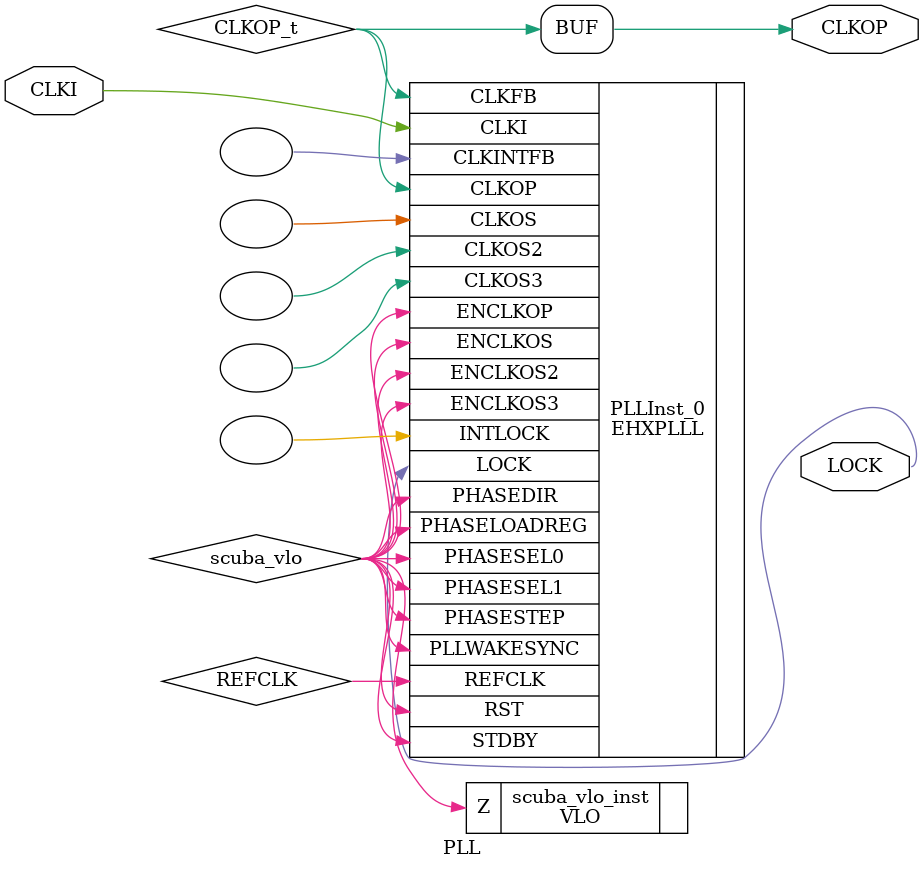
<source format=v>
/* Verilog netlist generated by SCUBA Diamond (64-bit) 3.13.0.56.2 */
/* Module Version: 5.7 */
/* /home/user/FPGA/tools/diamond/usr/local/diamond/3.13/ispfpga/bin/lin64/scuba -w -n PLL -lang verilog -synth lse -arch sa5p00 -type pll -fin 25.00 -fclkop 80.00 -fclkop_tol 5.0 -phase_cntl STATIC -fb_mode 1 -fdc /home/user/Master Thesis/1bitSDR/1bitSDRLatticeTest/IP/PLL/PLL.fdc  */
/* Thu Feb 29 19:39:22 2024 */


`timescale 1 ns / 1 ps
module PLL (CLKI, CLKOP, LOCK)/* synthesis NGD_DRC_MASK=1 */;
    input wire CLKI;
    output wire CLKOP;
    output wire LOCK;

    wire REFCLK;
    //wire LOCK;
    wire CLKOP_t;
    wire scuba_vhi;
    wire scuba_vlo;

    VHI scuba_vhi_inst (.Z(scuba_vhi));

    VLO scuba_vlo_inst (.Z(scuba_vlo));

    defparam PLLInst_0.PLLRST_ENA = "DISABLED" ;
    defparam PLLInst_0.INTFB_WAKE = "DISABLED" ;
    defparam PLLInst_0.STDBY_ENABLE = "DISABLED" ;
    defparam PLLInst_0.DPHASE_SOURCE = "DISABLED" ;
    defparam PLLInst_0.CLKOS3_FPHASE = 0 ;
    defparam PLLInst_0.CLKOS3_CPHASE = 0 ;
    defparam PLLInst_0.CLKOS2_FPHASE = 0 ;
    defparam PLLInst_0.CLKOS2_CPHASE = 0 ;
    defparam PLLInst_0.CLKOS_FPHASE = 0 ;
    defparam PLLInst_0.CLKOS_CPHASE = 0 ;
    defparam PLLInst_0.CLKOP_FPHASE = 0 ;
    defparam PLLInst_0.CLKOP_CPHASE = 6 ;
    defparam PLLInst_0.PLL_LOCK_MODE = 0 ;
    defparam PLLInst_0.CLKOS_TRIM_DELAY = 0 ;
    defparam PLLInst_0.CLKOS_TRIM_POL = "FALLING" ;
    defparam PLLInst_0.CLKOP_TRIM_DELAY = 0 ;
    defparam PLLInst_0.CLKOP_TRIM_POL = "FALLING" ;
    defparam PLLInst_0.OUTDIVIDER_MUXD = "DIVD" ;
    defparam PLLInst_0.CLKOS3_ENABLE = "DISABLED" ;
    defparam PLLInst_0.OUTDIVIDER_MUXC = "DIVC" ;
    defparam PLLInst_0.CLKOS2_ENABLE = "DISABLED" ;
    defparam PLLInst_0.OUTDIVIDER_MUXB = "DIVB" ;
    defparam PLLInst_0.CLKOS_ENABLE = "DISABLED" ;
    defparam PLLInst_0.OUTDIVIDER_MUXA = "DIVA" ;
    defparam PLLInst_0.CLKOP_ENABLE = "ENABLED" ;
    defparam PLLInst_0.CLKOS3_DIV = 1 ;
    defparam PLLInst_0.CLKOS2_DIV = 1 ;
    defparam PLLInst_0.CLKOS_DIV = 1 ;
    defparam PLLInst_0.CLKOP_DIV = 7 ;
    defparam PLLInst_0.CLKFB_DIV = 10 ;
    defparam PLLInst_0.CLKI_DIV = 3 ;
    defparam PLLInst_0.FEEDBK_PATH = "CLKOP" ;
    EHXPLLL PLLInst_0 (.CLKI(CLKI), .CLKFB(CLKOP_t), .PHASESEL1(scuba_vlo), 
        .PHASESEL0(scuba_vlo), .PHASEDIR(scuba_vlo), .PHASESTEP(scuba_vlo), 
        .PHASELOADREG(scuba_vlo), .STDBY(scuba_vlo), .PLLWAKESYNC(scuba_vlo), 
        .RST(scuba_vlo), .ENCLKOP(scuba_vlo), .ENCLKOS(scuba_vlo), .ENCLKOS2(scuba_vlo), 
        .ENCLKOS3(scuba_vlo), .CLKOP(CLKOP_t), .CLKOS(), .CLKOS2(), .CLKOS3(), 
        .LOCK(LOCK), .INTLOCK(), .REFCLK(REFCLK), .CLKINTFB())
             /* synthesis FREQUENCY_PIN_CLKOP="83.333333" */
             /* synthesis FREQUENCY_PIN_CLKI="25.000000" */
             /* synthesis ICP_CURRENT="5" */
             /* synthesis LPF_RESISTOR="16" */;

    assign CLKOP = CLKOP_t;


    // exemplar begin
    // exemplar attribute PLLInst_0 FREQUENCY_PIN_CLKOP 83.333333
    // exemplar attribute PLLInst_0 FREQUENCY_PIN_CLKI 25.000000
    // exemplar attribute PLLInst_0 ICP_CURRENT 5
    // exemplar attribute PLLInst_0 LPF_RESISTOR 16
    // exemplar end

endmodule

</source>
